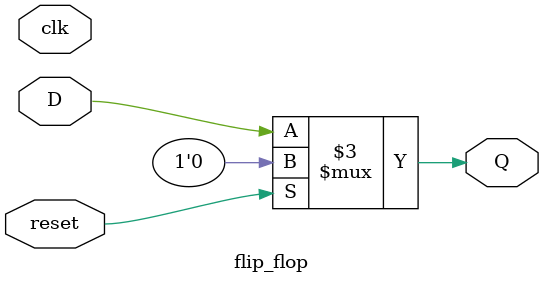
<source format=v>
`timescale 1ns / 1ps

module flip_flop(
    input clk,
    input reset,
    input D,
    output reg Q
    );
    
    always@(clk)begin
    if(reset) Q=0;
    else Q<=D;
    end
    
endmodule

</source>
